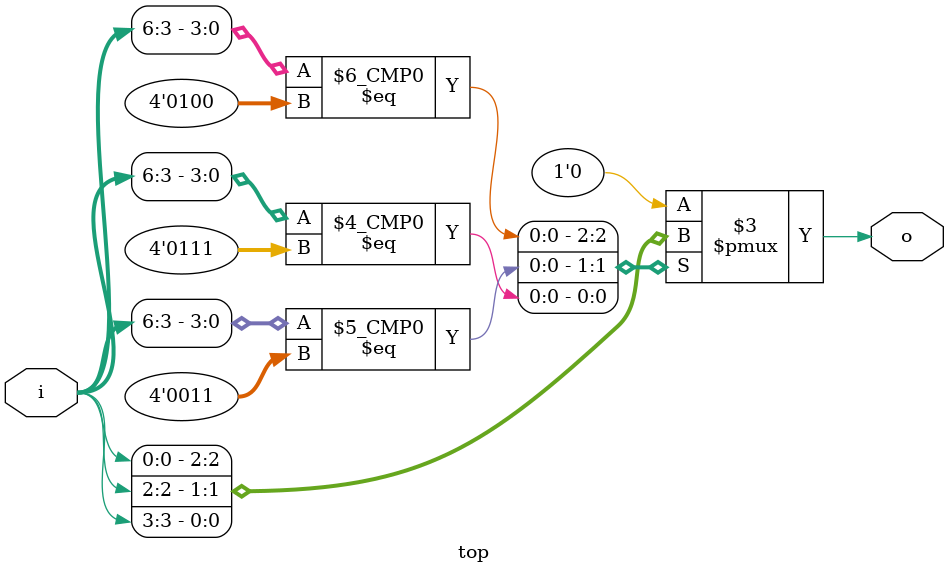
<source format=v>
module top(input [7:0] i, output o);
always @*
case (i[6:3])
    4: o <= i[0];
    3: o <= i[2];
    7: o <= i[3];
    default: o <= 1'b0;
endcase
endmodule

</source>
